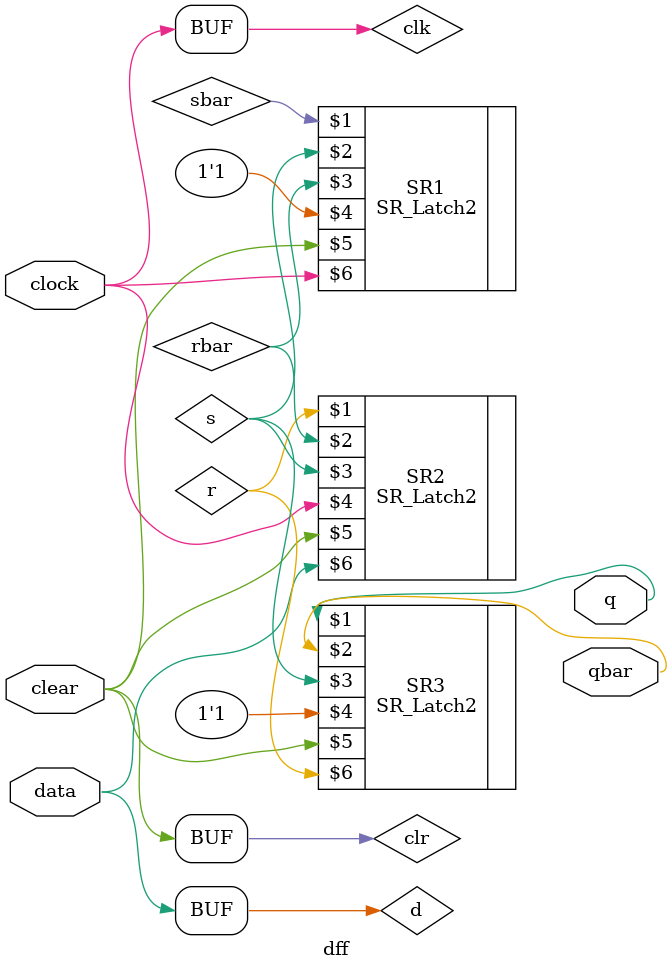
<source format=v>
/***********************************************************************
*** ECE526L Experiment #3 				  Garen Nikoyan, Spring 2018 ***
*** Hierarchical Modeling				                             ***
************************************************************************
*** Filename: dff.v 	       Created by: Garen Nikoyan, 2/15/2018  ***
*** -Revision History                      							 ***
***    2/15/2018: First draft                                        ***
************************************************************************
*** This module models a D flip-flop using primitive gates, and a    ***
***  SR_Latch2.v module                                              ***
*** The gates of the flip flop have different input delays,          ***  
*** as well as fanout delays:   		                             ***
*** FO1 = 0.5ns; FO2 = 0.8ns; FO3 = 1.0ns; Primary Output = 4ns      ***
*** 1 input gates = IN1 = 1ns                                        ***
*** 2 input gates = IN2 = 2ns                                        ***
*** 3 input gates = IN3 = 3ns                            		     ***
***                                                                  ***
************************************************************************/

`timescale 1 ns / 100 ps
`define InverterIN 1 		// Inverters can only have 1 input
`define InverterOUT 0.5		// Fanout in this module is 1, no need to use parameter here
module dff(q, qbar, clock, data, clear);	

	output q, qbar;
	input clock, data, clear;

	not #(`InverterIN+ `InverterOUT) CLR1(cbar,clear);
	not #(`InverterIN+ `InverterOUT) CLR2(clr,cbar);
	not #(`InverterIN+ `InverterOUT) CLK1(clkbar,clock);
	not #(`InverterIN+ `InverterOUT) CLK2(clk,clkbar);
	not #(`InverterIN+ `InverterOUT) D1(dbar,data);
	not #(`InverterIN+ `InverterOUT) D2(d,dbar);
	
	SR_Latch2 #(2, 0.5, 3, 1.0) SR1(sbar,s,rbar,1'b1,clr,clk);
	SR_Latch2 #(3, 0.8, 3, 0.8) SR2(r,rbar,s,clk,clr,d);
	SR_Latch2 #(2, 4.5, 3, 4.5) SR3(q,qbar,s,1'b1,clr,r);

endmodule

</source>
